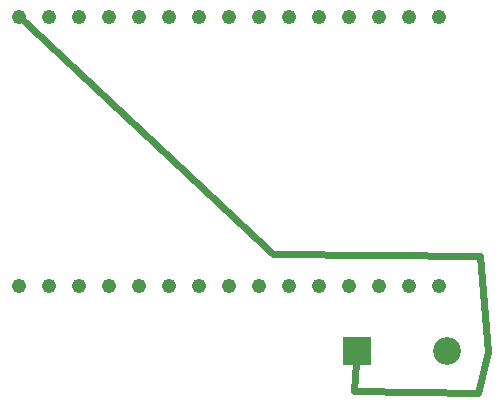
<source format=gbl>
G04 MADE WITH FRITZING*
G04 WWW.FRITZING.ORG*
G04 DOUBLE SIDED*
G04 HOLES PLATED*
G04 CONTOUR ON CENTER OF CONTOUR VECTOR*
%ASAXBY*%
%FSLAX23Y23*%
%MOIN*%
%OFA0B0*%
%SFA1.0B1.0*%
%ADD10C,0.047859*%
%ADD11C,0.092000*%
%ADD12R,0.092000X0.092000*%
%ADD13C,0.024000*%
%LNCOPPER0*%
G90*
G70*
G54D10*
X1567Y417D03*
X1766Y1314D03*
X1666Y1314D03*
X1567Y1314D03*
X1467Y1314D03*
X1367Y1314D03*
X1666Y417D03*
X1766Y417D03*
X1467Y417D03*
X1267Y1314D03*
X1167Y1314D03*
X1067Y1314D03*
X968Y1314D03*
X868Y1314D03*
X768Y1314D03*
X668Y1314D03*
X568Y1314D03*
X468Y1314D03*
X368Y1314D03*
X1067Y417D03*
X968Y417D03*
X868Y417D03*
X768Y417D03*
X668Y417D03*
X568Y417D03*
X468Y417D03*
X368Y417D03*
X1367Y417D03*
X1267Y417D03*
X1167Y417D03*
G54D11*
X1494Y200D03*
X1794Y200D03*
G54D12*
X1494Y200D03*
G54D13*
X1932Y197D02*
X1898Y60D01*
D02*
X385Y1299D02*
X1214Y524D01*
D02*
X1898Y60D02*
X1483Y66D01*
D02*
X1483Y66D02*
X1491Y163D01*
D02*
X1214Y524D02*
X1904Y515D01*
D02*
X1904Y515D02*
X1932Y197D01*
G04 End of Copper0*
M02*
</source>
